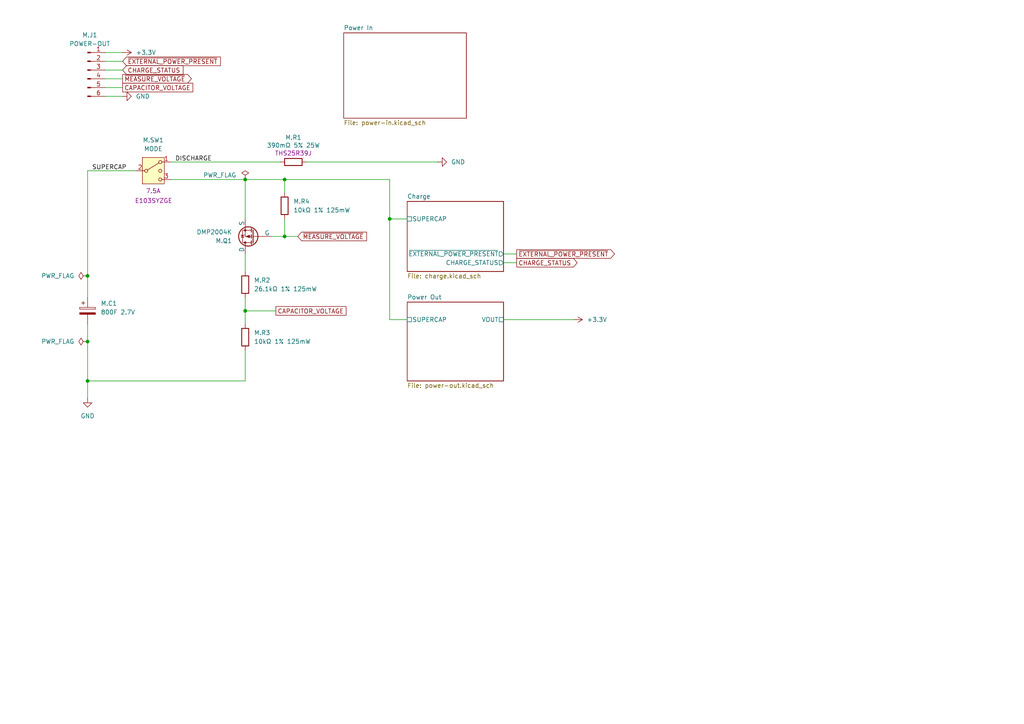
<source format=kicad_sch>
(kicad_sch (version 20250114) (generator "eeschema") (generator_version "9.0")
  (paper "A4")
  (lib_symbols
    (symbol "Connector:Conn_01x06_Pin" (pin_names (offset 1.016) (hide yes))
      (property "Reference" "J" (at 0 7.62 0))
      (property "Value" "Conn_01x06_Pin" (at 0 -10.16 0))
      (symbol "Conn_01x06_Pin_1_1"
        (rectangle (start 0.8636 5.207) (end 0 4.953) (stroke (width 0.1524)) (fill (type outline)))
        (rectangle (start 0.8636 2.667) (end 0 2.413) (stroke (width 0.1524)) (fill (type outline)))
        (rectangle (start 0.8636 0.127) (end 0 -0.127) (stroke (width 0.1524)) (fill (type outline)))
        (rectangle (start 0.8636 -2.413) (end 0 -2.667) (stroke (width 0.1524)) (fill (type outline)))
        (rectangle (start 0.8636 -4.953) (end 0 -5.207) (stroke (width 0.1524)) (fill (type outline)))
        (rectangle (start 0.8636 -7.493) (end 0 -7.747) (stroke (width 0.1524)) (fill (type outline)))
        (polyline (pts (xy 1.27 5.08) (xy 0.8636 5.08)) (stroke (width 0.1524)))
        (polyline (pts (xy 1.27 2.54) (xy 0.8636 2.54)) (stroke (width 0.1524)))
        (polyline (pts (xy 1.27 0) (xy 0.8636 0)) (stroke (width 0.1524)))
        (polyline (pts (xy 1.27 -2.54) (xy 0.8636 -2.54)) (stroke (width 0.1524)))
        (polyline (pts (xy 1.27 -5.08) (xy 0.8636 -5.08)) (stroke (width 0.1524)))
        (polyline (pts (xy 1.27 -7.62) (xy 0.8636 -7.62)) (stroke (width 0.1524)))
        (pin passive line (at 5.08 5.08 180) (length 3.81) (name "Pin_1") (number "1"))
        (pin passive line (at 5.08 2.54 180) (length 3.81) (name "Pin_2") (number "2"))
        (pin passive line (at 5.08 0 180) (length 3.81) (name "Pin_3") (number "3"))
        (pin passive line (at 5.08 -2.54 180) (length 3.81) (name "Pin_4") (number "4"))
        (pin passive line (at 5.08 -5.08 180) (length 3.81) (name "Pin_5") (number "5"))
        (pin passive line (at 5.08 -7.62 180) (length 3.81) (name "Pin_6") (number "6"))
      )
    )
    (symbol "Device:C_Polarized" (pin_numbers (hide yes)) (pin_names (offset 0.254))
      (property "Reference" "C" (at 0.635 2.54 0))
      (property "Value" "C_Polarized" (at 0.635 -2.54 0))
      (symbol "C_Polarized_0_1"
        (rectangle (start -2.286 0.508) (end 2.286 1.016))
        (polyline (pts (xy -1.778 2.286) (xy -0.762 2.286)))
        (polyline (pts (xy -1.27 2.794) (xy -1.27 1.778)))
        (rectangle (start 2.286 -0.508) (end -2.286 -1.016) (fill (type outline)))
      )
      (symbol "C_Polarized_1_1"
        (pin passive line (at 0 3.81 270) (length 2.794) (name "~") (number "1"))
        (pin passive line (at 0 -3.81 90) (length 2.794) (name "~") (number "2"))
      )
    )
    (symbol "Device:R" (pin_numbers (hide yes)) (pin_names (offset 0))
      (property "Reference" "R" (at 2.032 0 90))
      (property "Value" "R" (at 0 0 90))
      (symbol "R_0_1"
        (rectangle (start -1.016 -2.54) (end 1.016 2.54) (stroke (width 0.254)))
      )
      (symbol "R_1_1"
        (pin passive line (at 0 3.81 270) (length 1.27) (name "~") (number "1"))
        (pin passive line (at 0 -3.81 90) (length 1.27) (name "~") (number "2"))
      )
    )
    (symbol "Simulation_SPICE:PMOS" (pin_numbers (hide yes)) (pin_names (offset 0))
      (property "Reference" "C-Q1" (at 6.35 1.2701 0))
      (property "Value" "DMP2004K" (at 6.35 -1.2699 0))
      (symbol "PMOS_0_1"
        (polyline (pts (xy 0.254 1.905) (xy 0.254 -1.905)) (stroke (width 0.254)))
        (polyline (pts (xy 0.254 0) (xy -2.54 0)))
        (polyline (pts (xy 0.762 2.286) (xy 0.762 1.27)) (stroke (width 0.254)))
        (polyline (pts (xy 0.762 1.778) (xy 3.302 1.778) (xy 3.302 -1.778) (xy 0.762 -1.778)))
        (polyline (pts (xy 0.762 0.508) (xy 0.762 -0.508)) (stroke (width 0.254)))
        (polyline (pts (xy 0.762 -1.27) (xy 0.762 -2.286)) (stroke (width 0.254)))
        (circle (center 1.651 0) (radius 2.794) (stroke (width 0.254)))
        (polyline (pts (xy 2.286 0) (xy 1.27 0.381) (xy 1.27 -0.381) (xy 2.286 0)) (fill (type outline)))
        (polyline (pts (xy 2.54 2.54) (xy 2.54 1.778)))
        (circle (center 2.54 1.778) (radius 0.254) (fill (type outline)))
        (circle (center 2.54 -1.778) (radius 0.254) (fill (type outline)))
        (polyline (pts (xy 2.54 -2.54) (xy 2.54 0) (xy 0.762 0)))
        (polyline (pts (xy 2.794 -0.508) (xy 2.921 -0.381) (xy 3.683 -0.381) (xy 3.81 -0.254)))
        (polyline (pts (xy 3.302 -0.381) (xy 2.921 0.254) (xy 3.683 0.254) (xy 3.302 -0.381)))
      )
      (symbol "PMOS_1_1"
        (pin passive line (at -5.08 0 0) (length 2.54) (name "G") (number "1"))
        (pin passive line (at 2.54 5.08 270) (length 2.54) (name "D") (number "3"))
        (pin passive line (at 2.54 -5.08 90) (length 2.54) (name "S") (number "2"))
      )
    )
    (symbol "Switch:SW_SPDT_MSM" (pin_names (offset 0) (hide yes))
      (property "Reference" "SW" (at 0 5.08 0))
      (property "Value" "SW_SPDT_MSM" (at 0 -5.08 0))
      (symbol "SW_SPDT_MSM_0_1"
        (circle (center -2.032 0) (radius 0.4572))
        (polyline (pts (xy -1.651 0.254) (xy 1.651 2.286)))
        (circle (center 2.032 2.54) (radius 0.4572))
        (circle (center 2.032 0) (radius 0.4572))
        (circle (center 2.032 -2.54) (radius 0.4572))
      )
      (symbol "SW_SPDT_MSM_1_1"
        (rectangle (start -3.175 3.81) (end 3.175 -3.81) (fill (type background)))
        (pin passive line (at -5.08 0 0) (length 2.54) (name "3") (number "2"))
        (pin passive line (at 5.08 2.54 180) (length 2.54) (name "1") (number "1"))
        (pin passive line (at 5.08 -2.54 180) (length 2.54) (name "4") (number "3"))
      )
    )
    (symbol "power:+3.3V" (power) (pin_numbers (hide yes)) (pin_names (offset 0) (hide yes))
      (property "Value" "+3.3V" (at 0 3.556 0))
      (symbol "+3.3V_0_1"
        (polyline (pts (xy -0.762 1.27) (xy 0 2.54)))
        (polyline (pts (xy 0 2.54) (xy 0.762 1.27)))
        (polyline (pts (xy 0 0) (xy 0 2.54)))
      )
      (symbol "+3.3V_1_1"
        (pin power_in line (at 0 0 90) (length 0) (name "~") (number "1"))
      )
    )
    (symbol "power:GND" (power) (pin_numbers (hide yes)) (pin_names (offset 0) (hide yes))
      (property "Value" "GND" (at 0 -3.81 0))
      (symbol "GND_0_1"
        (polyline (pts (xy 0 0) (xy 0 -1.27) (xy 1.27 -1.27) (xy 0 -2.54) (xy -1.27 -1.27) (xy 0 -1.27)))
      )
      (symbol "GND_1_1"
        (pin power_in line (at 0 0 270) (length 0) (name "~") (number "1"))
      )
    )
    (symbol "power:PWR_FLAG" (power) (pin_numbers (hide yes)) (pin_names (offset 0) (hide yes))
      (property "Value" "PWR_FLAG" (at 0 3.81 0))
      (symbol "PWR_FLAG_0_0"
        (pin power_out line (at 0 0 90) (length 0) (name "~") (number "1"))
      )
      (symbol "PWR_FLAG_0_1"
        (polyline (pts (xy 0 0) (xy 0 1.27) (xy -1.016 1.905) (xy 0 2.54) (xy 1.016 1.905) (xy 0 1.27)))
      )
    )
  )
  (junction (at 71.12 90.17))
  (junction (at 82.55 52.07))
  (junction (at 71.12 52.07))
  (junction (at 25.4 80.01))
  (junction (at 25.4 99.06))
  (junction (at 82.55 68.58))
  (junction (at 113.03 63.5))
  (junction (at 25.4 110.49))
  (wire (pts (xy 30.48 27.94) (xy 35.56 27.94)))
  (wire (pts (xy 25.4 49.53) (xy 25.4 80.01)))
  (wire (pts (xy 35.56 17.78) (xy 30.48 17.78)))
  (wire (pts (xy 118.11 92.71) (xy 113.03 92.71)))
  (wire (pts (xy 71.12 86.36) (xy 71.12 90.17)))
  (wire (pts (xy 113.03 63.5) (xy 118.11 63.5)))
  (wire (pts (xy 49.53 52.07) (xy 71.12 52.07)))
  (wire (pts (xy 25.4 110.49) (xy 25.4 115.57)))
  (wire (pts (xy 82.55 52.07) (xy 82.55 55.88)))
  (wire (pts (xy 82.55 52.07) (xy 113.03 52.07)))
  (wire (pts (xy 71.12 90.17) (xy 71.12 93.98)))
  (wire (pts (xy 25.4 93.98) (xy 25.4 99.06)))
  (wire (pts (xy 49.53 46.99) (xy 81.28 46.99)))
  (wire (pts (xy 25.4 110.49) (xy 71.12 110.49)))
  (wire (pts (xy 71.12 73.66) (xy 71.12 78.74)))
  (wire (pts (xy 71.12 101.6) (xy 71.12 110.49)))
  (wire (pts (xy 25.4 99.06) (xy 25.4 110.49)))
  (wire (pts (xy 71.12 52.07) (xy 71.12 63.5)))
  (wire (pts (xy 71.12 90.17) (xy 80.01 90.17)))
  (wire (pts (xy 82.55 68.58) (xy 86.36 68.58)))
  (wire (pts (xy 88.9 46.99) (xy 127 46.99)))
  (wire (pts (xy 82.55 68.58) (xy 78.74 68.58)))
  (wire (pts (xy 113.03 52.07) (xy 113.03 63.5)))
  (wire (pts (xy 113.03 63.5) (xy 113.03 92.71)))
  (wire (pts (xy 30.48 22.86) (xy 35.56 22.86)))
  (wire (pts (xy 30.48 25.4) (xy 35.56 25.4)))
  (wire (pts (xy 25.4 80.01) (xy 25.4 86.36)))
  (wire (pts (xy 146.05 73.66) (xy 149.86 73.66)))
  (wire (pts (xy 82.55 63.5) (xy 82.55 68.58)))
  (wire (pts (xy 30.48 15.24) (xy 35.56 15.24)))
  (wire (pts (xy 146.05 92.71) (xy 166.37 92.71)))
  (wire (pts (xy 146.05 76.2) (xy 149.86 76.2)))
  (wire (pts (xy 30.48 20.32) (xy 35.56 20.32)))
  (wire (pts (xy 71.12 52.07) (xy 82.55 52.07)))
  (wire (pts (xy 39.37 49.53) (xy 25.4 49.53)))
  (label "SUPERCAP" (at 26.67 49.53 0))
  (label "DISCHARGE" (at 50.8 46.99 0))
  (global_label "CAPACITOR_VOLTAGE" (shape passive) (at 80.01 90.17 0) (property "Intersheetrefs" "${INTERSHEET_REFS}" (effects (hide yes))))
  (global_label "~{MEASURE_VOLTAGE}" (shape input) (at 86.36 68.58 0) (property "Intersheetrefs" "${INTERSHEET_REFS}" (effects (hide yes))))
  (global_label "~{EXTERNAL_POWER_PRESENT}" (shape output) (at 149.86 73.66 0) (property "Intersheetrefs" "${INTERSHEET_REFS}" (effects (hide yes))))
  (global_label "~{MEASURE_VOLTAGE}" (shape output) (at 35.56 22.86 0) (property "Intersheetrefs" "${INTERSHEET_REFS}" (effects (hide yes))))
  (global_label "CHARGE_STATUS" (shape input) (at 35.56 20.32 0) (property "Intersheetrefs" "${INTERSHEET_REFS}" (effects (hide yes))))
  (global_label "CHARGE_STATUS" (shape output) (at 149.86 76.2 0) (property "Intersheetrefs" "${INTERSHEET_REFS}" (effects (hide yes))))
  (global_label "CAPACITOR_VOLTAGE" (shape passive) (at 35.56 25.4 0) (property "Intersheetrefs" "${INTERSHEET_REFS}" (effects (hide yes))))
  (global_label "~{EXTERNAL_POWER_PRESENT}" (shape input) (at 35.56 17.78 0) (property "Intersheetrefs" "${INTERSHEET_REFS}" (effects (hide yes))))
  (symbol (lib_id "power:PWR_FLAG") (at 25.4 80.01 90) (unit 1)
    (property "Reference" "#FLG02" (effects (hide yes)))
    (property "Value" "PWR_FLAG" (at 21.59 80.0099 90) (effects (justify left)))
    (property "Description" "Special symbol for telling ERC where power comes from" (effects (hide yes)))
  )
  (symbol (lib_id "Connector:Conn_01x06_Pin") (at 25.4 20.32 0) (unit 1)
    (property "Reference" "M.J1" (at 26.035 10.16 0))
    (property "Value" "POWER-OUT" (at 26.035 12.7 0))
    (property "Footprint" "Connector_PinHeader_2.54mm:PinHeader_1x06_P2.54mm_Vertical" (effects (hide yes)))
    (property "Description" "Generic connector, single row, 01x06, script generated" (effects (hide yes)))
  )
  (symbol (lib_id "Device:R") (at 82.55 59.69 180) (unit 1)
    (property "Reference" "M.R4" (at 85.09 58.4199 0) (effects (justify right)))
    (property "Value" "10kΩ 1% 125mW" (at 85.09 60.9599 0) (effects (justify right)))
    (property "Footprint" "Resistor_SMD:R_0805_2012Metric_Pad1.20x1.40mm_HandSolder" (effects (hide yes)))
    (property "Description" "Resistor" (effects (hide yes)))
  )
  (symbol (lib_id "power:GND") (at 127 46.99 90) (unit 1)
    (property "Reference" "#PWR04" (effects (hide yes)))
    (property "Value" "GND" (at 130.81 46.9899 90) (effects (justify right)))
    (property "Description" "Power symbol creates a global label with name \"GND\" , ground" (effects (hide yes)))
  )
  (symbol (lib_id "Device:R") (at 85.09 46.99 90) (unit 1)
    (property "Reference" "M.R1" (at 85.09 39.878 90))
    (property "Value" "390mΩ 5% 25W" (at 85.09 42.164 90))
    (property "Footprint" "wireless-3v3-supercap:THS25R39J" (effects (hide yes)))
    (property "Datasheet" "https://www.te.com/commerce/DocumentDelivery/DDEController?Action=srchrtrv&DocNm=1773277&DocType=DS&DocLang=English" (effects (hide yes)))
    (property "Description" "Resistor" (effects (hide yes)))
    (property "Part Number" "THS25R39J" (at 85.09 44.45 90))
  )
  (symbol (lib_id "Device:R") (at 71.12 82.55 0) (unit 1)
    (property "Reference" "M.R2" (at 73.66 81.2799 0) (effects (justify left)))
    (property "Value" "26.1kΩ 1% 125mW" (at 73.66 83.8199 0) (effects (justify left)))
    (property "Footprint" "Resistor_SMD:R_0805_2012Metric_Pad1.20x1.40mm_HandSolder" (effects (hide yes)))
    (property "Description" "Resistor" (effects (hide yes)))
  )
  (symbol (lib_id "Device:R") (at 71.12 97.79 0) (unit 1)
    (property "Reference" "M.R3" (at 73.66 96.5199 0) (effects (justify left)))
    (property "Value" "10kΩ 1% 125mW" (at 73.66 99.0599 0) (effects (justify left)))
    (property "Footprint" "Resistor_SMD:R_0805_2012Metric_Pad1.20x1.40mm_HandSolder" (effects (hide yes)))
    (property "Description" "Resistor" (effects (hide yes)))
  )
  (symbol (lib_id "power:PWR_FLAG") (at 25.4 99.06 90) (unit 1)
    (property "Reference" "#FLG01" (effects (hide yes)))
    (property "Value" "PWR_FLAG" (at 21.59 99.0599 90) (effects (justify left)))
    (property "Description" "Special symbol for telling ERC where power comes from" (effects (hide yes)))
  )
  (symbol (lib_id "Switch:SW_SPDT_MSM") (at 44.45 49.53 0) (unit 1)
    (property "Reference" "M.SW1" (at 44.45 40.64 0))
    (property "Value" "MODE" (at 44.45 43.18 0))
    (property "Footprint" "wireless-3v3-supercap:E103SYZGE" (effects (hide yes)))
    (property "Datasheet" "https://www.ckswitches.com/media/1390/etoggle.pdf" (effects (hide yes)))
    (property "Description" "Switch, single pole double throw, center OFF position" (effects (hide yes)))
    (property "Rating" "7.5A" (at 44.45 55.372 0))
    (property "Part Number" "E103SYZGE" (at 44.5497 58.213 0))
  )
  (symbol (lib_id "power:GND") (at 35.56 27.94 90) (unit 1)
    (property "Reference" "#PWR02" (effects (hide yes)))
    (property "Value" "GND" (at 39.37 27.9399 90) (effects (justify right)))
    (property "Description" "Power symbol creates a global label with name \"GND\" , ground" (effects (hide yes)))
  )
  (symbol (lib_id "Simulation_SPICE:PMOS") (at 73.66 68.58 180) (unit 1)
    (property "Reference" "M.Q1" (at 67.31 69.8501 0) (effects (justify left)))
    (property "Value" "DMP2004K" (at 67.31 67.3101 0) (effects (justify left)))
    (property "Footprint" "Package_TO_SOT_SMD:SOT-23" (effects (hide yes)))
    (property "Datasheet" "https://www.diodes.com/assets/Datasheets/DMP2004K.pdf" (effects (hide yes)))
    (property "Description" "P-MOSFET transistor, drain/source/gate" (effects (hide yes)))
    (property "Sim.Device" "PMOS" (effects (hide yes)))
    (property "Sim.Type" "VDMOS" (effects (hide yes)))
    (property "Sim.Pins" "1=G 2=S 3=D" (effects (hide yes)))
  )
  (symbol (lib_id "power:+3.3V") (at 35.56 15.24 270) (unit 1)
    (property "Reference" "#PWR03" (effects (hide yes)))
    (property "Value" "+3.3V" (at 39.37 15.2399 90) (effects (justify left)))
    (property "Description" "Power symbol creates a global label with name \"+3.3V\"" (effects (hide yes)))
  )
  (symbol (lib_id "power:GND") (at 25.4 115.57 0) (unit 1)
    (property "Reference" "#PWR01" (effects (hide yes)))
    (property "Value" "GND" (at 25.4 120.65 0))
    (property "Description" "Power symbol creates a global label with name \"GND\" , ground" (effects (hide yes)))
  )
  (symbol (lib_id "Device:C_Polarized") (at 25.4 90.17 0) (unit 1)
    (property "Reference" "M.C1" (at 29.21 88.0109 0) (effects (justify left)))
    (property "Value" "800F 2.7V" (at 29.21 90.5509 0) (effects (justify left)))
    (property "Footprint" "wireless-3v3-supercap:TPLH-2R7_800PS35X71" (effects (hide yes)))
    (property "Description" "Polarized capacitor" (effects (hide yes)))
  )
  (symbol (lib_id "power:PWR_FLAG") (at 71.12 52.07 0) (unit 1)
    (property "Reference" "#FLG03" (effects (hide yes)))
    (property "Value" "PWR_FLAG" (at 68.58 50.8001 0) (effects (justify right)))
    (property "Description" "Special symbol for telling ERC where power comes from" (effects (hide yes)))
  )
  (symbol (lib_id "power:+3.3V") (at 166.37 92.71 270) (unit 1)
    (property "Reference" "#PWR05" (effects (hide yes)))
    (property "Value" "+3.3V" (at 170.18 92.7099 90) (effects (justify left)))
    (property "Description" "Power symbol creates a global label with name \"+3.3V\"" (effects (hide yes)))
  )
  (sheet (at 118.11 87.63) (size 27.94 22.86) (stroke (width 0.1524))
    (property "Sheetname" "Power Out" (at 118.11 86.9184 0) (effects (justify left bottom)))
    (property "Sheetfile" "power-out.kicad_sch" (at 118.11 111.0746 0) (effects (justify left top)))
    (pin "SUPERCAP" passive (at 118.11 92.71 180))
    (pin "VOUT" passive (at 146.05 92.71 0))
  )
  (sheet (at 118.11 58.42) (size 27.94 20.32) (stroke (width 0.1524))
    (property "Sheetname" "Charge" (at 118.11 57.7084 0) (effects (justify left bottom)))
    (property "Sheetfile" "charge.kicad_sch" (at 118.11 79.3246 0) (effects (justify left top)))
    (pin "SUPERCAP" passive (at 118.11 63.5 180))
    (pin "CHARGE_STATUS" output (at 146.05 76.2 0))
    (pin "~{EXTERNAL_POWER_PRESENT}" output (at 146.05 73.66 0))
  )
  (sheet (at 99.695 9.525) (size 35.56 24.765) (stroke (width 0.1524))
    (property "Sheetname" "Power In" (at 99.695 8.8134 0) (effects (justify left bottom)))
    (property "Sheetfile" "power-in.kicad_sch" (at 99.695 34.8746 0) (effects (justify left top)))
  )
)
</source>
